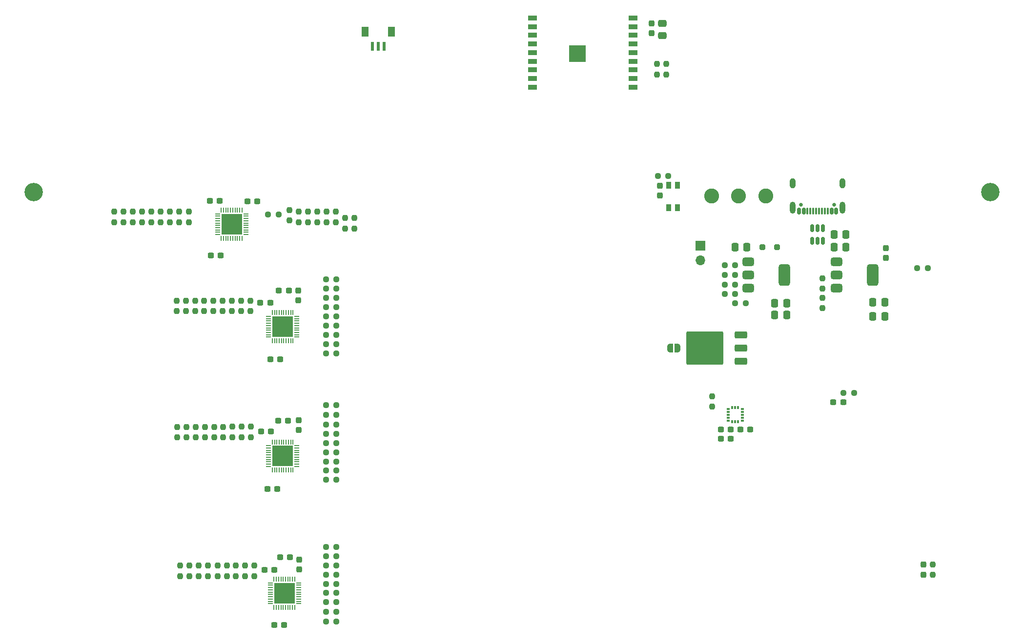
<source format=gbs>
%TF.GenerationSoftware,KiCad,Pcbnew,8.0.6*%
%TF.CreationDate,2024-12-17T00:00:43+05:30*%
%TF.ProjectId,FF1-LP-Badge,4646312d-4c50-42d4-9261-6467652e6b69,rev?*%
%TF.SameCoordinates,Original*%
%TF.FileFunction,Soldermask,Bot*%
%TF.FilePolarity,Negative*%
%FSLAX46Y46*%
G04 Gerber Fmt 4.6, Leading zero omitted, Abs format (unit mm)*
G04 Created by KiCad (PCBNEW 8.0.6) date 2024-12-17 00:00:43*
%MOMM*%
%LPD*%
G01*
G04 APERTURE LIST*
G04 Aperture macros list*
%AMRoundRect*
0 Rectangle with rounded corners*
0 $1 Rounding radius*
0 $2 $3 $4 $5 $6 $7 $8 $9 X,Y pos of 4 corners*
0 Add a 4 corners polygon primitive as box body*
4,1,4,$2,$3,$4,$5,$6,$7,$8,$9,$2,$3,0*
0 Add four circle primitives for the rounded corners*
1,1,$1+$1,$2,$3*
1,1,$1+$1,$4,$5*
1,1,$1+$1,$6,$7*
1,1,$1+$1,$8,$9*
0 Add four rect primitives between the rounded corners*
20,1,$1+$1,$2,$3,$4,$5,0*
20,1,$1+$1,$4,$5,$6,$7,0*
20,1,$1+$1,$6,$7,$8,$9,0*
20,1,$1+$1,$8,$9,$2,$3,0*%
%AMFreePoly0*
4,1,19,0.500000,-0.750000,0.000000,-0.750000,0.000000,-0.744911,-0.071157,-0.744911,-0.207708,-0.704816,-0.327430,-0.627875,-0.420627,-0.520320,-0.479746,-0.390866,-0.500000,-0.250000,-0.500000,0.250000,-0.479746,0.390866,-0.420627,0.520320,-0.327430,0.627875,-0.207708,0.704816,-0.071157,0.744911,0.000000,0.744911,0.000000,0.750000,0.500000,0.750000,0.500000,-0.750000,0.500000,-0.750000,
$1*%
%AMFreePoly1*
4,1,19,0.000000,0.744911,0.071157,0.744911,0.207708,0.704816,0.327430,0.627875,0.420627,0.520320,0.479746,0.390866,0.500000,0.250000,0.500000,-0.250000,0.479746,-0.390866,0.420627,-0.520320,0.327430,-0.627875,0.207708,-0.704816,0.071157,-0.744911,0.000000,-0.744911,0.000000,-0.750000,-0.500000,-0.750000,-0.500000,0.750000,0.000000,0.750000,0.000000,0.744911,0.000000,0.744911,
$1*%
G04 Aperture macros list end*
%ADD10C,3.200000*%
%ADD11RoundRect,0.237500X-0.237500X0.250000X-0.237500X-0.250000X0.237500X-0.250000X0.237500X0.250000X0*%
%ADD12RoundRect,0.237500X0.250000X0.237500X-0.250000X0.237500X-0.250000X-0.237500X0.250000X-0.237500X0*%
%ADD13RoundRect,0.250000X-0.337500X-0.475000X0.337500X-0.475000X0.337500X0.475000X-0.337500X0.475000X0*%
%ADD14R,0.850000X0.200000*%
%ADD15R,0.200000X0.850000*%
%ADD16R,3.600000X3.600000*%
%ADD17RoundRect,0.250000X-0.250000X-0.250000X0.250000X-0.250000X0.250000X0.250000X-0.250000X0.250000X0*%
%ADD18RoundRect,0.250000X-0.475000X0.337500X-0.475000X-0.337500X0.475000X-0.337500X0.475000X0.337500X0*%
%ADD19R,0.900000X1.250000*%
%ADD20R,0.600000X1.550000*%
%ADD21R,1.200000X1.800000*%
%ADD22RoundRect,0.237500X-0.237500X0.300000X-0.237500X-0.300000X0.237500X-0.300000X0.237500X0.300000X0*%
%ADD23RoundRect,0.237500X-0.300000X-0.237500X0.300000X-0.237500X0.300000X0.237500X-0.300000X0.237500X0*%
%ADD24RoundRect,0.375000X-0.625000X-0.375000X0.625000X-0.375000X0.625000X0.375000X-0.625000X0.375000X0*%
%ADD25RoundRect,0.500000X-0.500000X-1.400000X0.500000X-1.400000X0.500000X1.400000X-0.500000X1.400000X0*%
%ADD26RoundRect,0.237500X0.237500X-0.300000X0.237500X0.300000X-0.237500X0.300000X-0.237500X-0.300000X0*%
%ADD27C,0.650000*%
%ADD28RoundRect,0.150000X-0.150000X-0.425000X0.150000X-0.425000X0.150000X0.425000X-0.150000X0.425000X0*%
%ADD29RoundRect,0.075000X-0.075000X-0.500000X0.075000X-0.500000X0.075000X0.500000X-0.075000X0.500000X0*%
%ADD30O,1.000000X1.800000*%
%ADD31O,1.000000X2.100000*%
%ADD32RoundRect,0.237500X-0.250000X-0.237500X0.250000X-0.237500X0.250000X0.237500X-0.250000X0.237500X0*%
%ADD33RoundRect,0.237500X0.300000X0.237500X-0.300000X0.237500X-0.300000X-0.237500X0.300000X-0.237500X0*%
%ADD34FreePoly0,180.000000*%
%ADD35FreePoly1,180.000000*%
%ADD36RoundRect,0.250000X0.337500X0.475000X-0.337500X0.475000X-0.337500X-0.475000X0.337500X-0.475000X0*%
%ADD37RoundRect,0.237500X0.237500X-0.250000X0.237500X0.250000X-0.237500X0.250000X-0.237500X-0.250000X0*%
%ADD38R,1.500000X0.900000*%
%ADD39C,0.600000*%
%ADD40R,2.900000X2.900000*%
%ADD41C,2.590000*%
%ADD42RoundRect,0.087500X-0.187500X-0.087500X0.187500X-0.087500X0.187500X0.087500X-0.187500X0.087500X0*%
%ADD43RoundRect,0.087500X-0.087500X-0.187500X0.087500X-0.187500X0.087500X0.187500X-0.087500X0.187500X0*%
%ADD44RoundRect,0.250000X0.850000X0.350000X-0.850000X0.350000X-0.850000X-0.350000X0.850000X-0.350000X0*%
%ADD45RoundRect,0.249997X2.950003X2.650003X-2.950003X2.650003X-2.950003X-2.650003X2.950003X-2.650003X0*%
%ADD46RoundRect,0.150000X-0.150000X0.512500X-0.150000X-0.512500X0.150000X-0.512500X0.150000X0.512500X0*%
%ADD47R,1.700000X1.700000*%
%ADD48O,1.700000X1.700000*%
G04 APERTURE END LIST*
D10*
%TO.C,H1*%
X106000000Y-54000000D03*
%TD*%
%TO.C,H2*%
X272000000Y-54000000D03*
%TD*%
D11*
%TO.C,R82*%
X123200001Y-57430202D03*
X123200001Y-59255202D03*
%TD*%
D12*
%TO.C,R58*%
X158512500Y-77211297D03*
X156687500Y-77211297D03*
%TD*%
%TO.C,R22*%
X158518019Y-123661298D03*
X156693019Y-123661298D03*
%TD*%
D11*
%TO.C,R27*%
X133000000Y-118911297D03*
X133000000Y-120736297D03*
%TD*%
%TO.C,R50*%
X140500000Y-94786297D03*
X140500000Y-96611297D03*
%TD*%
D13*
%TO.C,C12*%
X251562500Y-75600000D03*
X253637500Y-75600000D03*
%TD*%
D12*
%TO.C,R39*%
X158512500Y-97611297D03*
X156687500Y-97611297D03*
%TD*%
D14*
%TO.C,U9*%
X142800000Y-57811297D03*
X142800000Y-58211297D03*
X142800000Y-58611297D03*
X142800001Y-59011297D03*
X142800000Y-59411297D03*
X142800000Y-59811297D03*
X142800001Y-60211297D03*
X142800000Y-60611297D03*
X142800000Y-61011297D03*
X142800000Y-61411297D03*
D15*
X142150000Y-62061297D03*
X141750000Y-62061297D03*
X141350000Y-62061297D03*
X140950000Y-62061298D03*
X140550000Y-62061297D03*
X140150000Y-62061297D03*
X139750000Y-62061298D03*
X139350000Y-62061297D03*
X138950000Y-62061297D03*
X138550000Y-62061297D03*
D14*
X137900000Y-61411297D03*
X137900000Y-61011297D03*
X137900000Y-60611297D03*
X137899999Y-60211297D03*
X137900000Y-59811297D03*
X137900000Y-59411297D03*
X137899999Y-59011297D03*
X137900000Y-58611297D03*
X137900000Y-58211297D03*
X137900000Y-57811297D03*
D15*
X138550000Y-57161297D03*
X138950000Y-57161297D03*
X139350000Y-57161297D03*
X139750000Y-57161296D03*
X140150000Y-57161297D03*
X140550000Y-57161297D03*
X140950000Y-57161296D03*
X141350000Y-57161297D03*
X141750000Y-57161297D03*
X142150000Y-57161297D03*
D16*
X140350000Y-59611297D03*
%TD*%
D11*
%TO.C,R70*%
X143600000Y-72898797D03*
X143600000Y-74723797D03*
%TD*%
D17*
%TO.C,D2*%
X232450001Y-63600000D03*
X234949999Y-63600000D03*
%TD*%
D18*
%TO.C,C1*%
X215100000Y-24762500D03*
X215100000Y-26837500D03*
%TD*%
D11*
%TO.C,R81*%
X121600001Y-57430202D03*
X121600001Y-59255202D03*
%TD*%
D19*
%TO.C,SW1*%
X217650001Y-56725000D03*
X217650001Y-52875000D03*
X216149999Y-56725000D03*
X216149999Y-52875000D03*
%TD*%
D12*
%TO.C,R61*%
X158512500Y-82011297D03*
X156687500Y-82011297D03*
%TD*%
%TO.C,R25*%
X158518020Y-128661298D03*
X156693020Y-128661298D03*
%TD*%
%TO.C,R35*%
X158512500Y-91011297D03*
X156687500Y-91011297D03*
%TD*%
D20*
%TO.C,J1*%
X166800000Y-28700000D03*
X165800000Y-28700001D03*
X164800000Y-28700000D03*
D21*
X168100001Y-26175000D03*
X163499999Y-26175000D03*
%TD*%
D22*
%TO.C,C6*%
X260325000Y-118737499D03*
X260325000Y-120462501D03*
%TD*%
D11*
%TO.C,R69*%
X142000000Y-72886297D03*
X142000000Y-74711297D03*
%TD*%
D23*
%TO.C,C30*%
X143100001Y-55642702D03*
X144825003Y-55642702D03*
%TD*%
D11*
%TO.C,R80*%
X120000001Y-57442702D03*
X120000001Y-59267702D03*
%TD*%
D12*
%TO.C,R54*%
X158512500Y-70811297D03*
X156687500Y-70811297D03*
%TD*%
D23*
%TO.C,C8*%
X228612500Y-95300000D03*
X230337502Y-95300000D03*
%TD*%
D11*
%TO.C,R30*%
X137900000Y-118898797D03*
X137900000Y-120723797D03*
%TD*%
D24*
%TO.C,U3*%
X245250000Y-70700000D03*
X245250001Y-68400000D03*
D25*
X251549999Y-68400000D03*
D24*
X245250000Y-66100000D03*
%TD*%
D11*
%TO.C,R64*%
X134000000Y-72898797D03*
X134000000Y-74723797D03*
%TD*%
D26*
%TO.C,C22*%
X152000000Y-95362501D03*
X152000000Y-93637499D03*
%TD*%
D12*
%TO.C,R23*%
X158518020Y-125261298D03*
X156693020Y-125261298D03*
%TD*%
D11*
%TO.C,R62*%
X130800000Y-72898797D03*
X130800000Y-74723797D03*
%TD*%
D12*
%TO.C,R24*%
X158518020Y-126961298D03*
X156693020Y-126961298D03*
%TD*%
%TO.C,R21*%
X158518020Y-122061299D03*
X156693020Y-122061299D03*
%TD*%
D11*
%TO.C,R45*%
X132500000Y-94798797D03*
X132500000Y-96623797D03*
%TD*%
D13*
%TO.C,C10*%
X244862500Y-61400000D03*
X246937500Y-61400000D03*
%TD*%
D12*
%TO.C,R59*%
X158512500Y-78811297D03*
X156687500Y-78811297D03*
%TD*%
D11*
%TO.C,R49*%
X138900000Y-94798797D03*
X138900000Y-96623797D03*
%TD*%
D27*
%TO.C,J2*%
X239110000Y-56215000D03*
X244890000Y-56215000D03*
D28*
X238800000Y-57290000D03*
X239600000Y-57290000D03*
D29*
X240750000Y-57289999D03*
X241750000Y-57290000D03*
X242250000Y-57290000D03*
X243250000Y-57289999D03*
D28*
X244400000Y-57290000D03*
X245200000Y-57290000D03*
X245200000Y-57290000D03*
X244400000Y-57290000D03*
D29*
X243750000Y-57290000D03*
X242750000Y-57290000D03*
X241250000Y-57290000D03*
X240250000Y-57290000D03*
D28*
X239600000Y-57290000D03*
X238800000Y-57290000D03*
D30*
X237680000Y-52535000D03*
D31*
X237680000Y-56715000D03*
D30*
X246320000Y-52535000D03*
D31*
X246320000Y-56715000D03*
%TD*%
D32*
%TO.C,R14*%
X225887500Y-70100000D03*
X227712500Y-70100000D03*
%TD*%
D11*
%TO.C,R77*%
X158400001Y-57430202D03*
X158400001Y-59255202D03*
%TD*%
%TO.C,R63*%
X132400000Y-72898797D03*
X132400000Y-74723797D03*
%TD*%
D33*
%TO.C,C25*%
X148762502Y-83042702D03*
X147037500Y-83042702D03*
%TD*%
D11*
%TO.C,R67*%
X138800000Y-72898797D03*
X138800000Y-74723797D03*
%TD*%
%TO.C,R87*%
X131200001Y-57430202D03*
X131200001Y-59255202D03*
%TD*%
D14*
%TO.C,U7*%
X151644796Y-98070916D03*
X151644796Y-98470916D03*
X151644796Y-98870916D03*
X151644797Y-99270916D03*
X151644796Y-99670916D03*
X151644796Y-100070916D03*
X151644797Y-100470916D03*
X151644796Y-100870916D03*
X151644796Y-101270916D03*
X151644796Y-101670916D03*
D15*
X150994796Y-102320916D03*
X150594796Y-102320916D03*
X150194796Y-102320916D03*
X149794796Y-102320917D03*
X149394796Y-102320916D03*
X148994796Y-102320916D03*
X148594796Y-102320917D03*
X148194796Y-102320916D03*
X147794796Y-102320916D03*
X147394796Y-102320916D03*
D14*
X146744796Y-101670916D03*
X146744796Y-101270916D03*
X146744796Y-100870916D03*
X146744795Y-100470916D03*
X146744796Y-100070916D03*
X146744796Y-99670916D03*
X146744795Y-99270916D03*
X146744796Y-98870916D03*
X146744796Y-98470916D03*
X146744796Y-98070916D03*
D15*
X147394796Y-97420916D03*
X147794796Y-97420916D03*
X148194796Y-97420916D03*
X148594796Y-97420915D03*
X148994796Y-97420916D03*
X149394796Y-97420916D03*
X149794796Y-97420915D03*
X150194796Y-97420916D03*
X150594796Y-97420916D03*
X150994796Y-97420916D03*
D16*
X149194796Y-99870916D03*
%TD*%
D11*
%TO.C,R28*%
X134600000Y-118898797D03*
X134600000Y-120723797D03*
%TD*%
D13*
%TO.C,C11*%
X244862500Y-63600000D03*
X246937500Y-63600000D03*
%TD*%
D34*
%TO.C,JP1*%
X217699998Y-81132500D03*
D35*
X216400000Y-81132500D03*
%TD*%
D22*
%TO.C,C7*%
X253800000Y-63737499D03*
X253800000Y-65462501D03*
%TD*%
D33*
%TO.C,C21*%
X148300000Y-105611297D03*
X146574998Y-105611297D03*
%TD*%
D22*
%TO.C,C2*%
X213200000Y-24737499D03*
X213200000Y-26462501D03*
%TD*%
D11*
%TO.C,R52*%
X143700000Y-94786297D03*
X143700000Y-96611297D03*
%TD*%
D12*
%TO.C,R41*%
X158512500Y-100811297D03*
X156687500Y-100811297D03*
%TD*%
D33*
%TO.C,C17*%
X149462501Y-129211297D03*
X147737499Y-129211297D03*
%TD*%
D26*
%TO.C,C18*%
X152100000Y-119573798D03*
X152100000Y-117848796D03*
%TD*%
D12*
%TO.C,R12*%
X227712500Y-68400000D03*
X225887500Y-68400000D03*
%TD*%
D32*
%TO.C,R6*%
X246487500Y-88900000D03*
X248312500Y-88900000D03*
%TD*%
D11*
%TO.C,R76*%
X156800001Y-57430202D03*
X156800001Y-59255202D03*
%TD*%
D36*
%TO.C,C16*%
X236637500Y-75400000D03*
X234562500Y-75400000D03*
%TD*%
D11*
%TO.C,R83*%
X124800001Y-57442702D03*
X124800001Y-59267702D03*
%TD*%
D12*
%TO.C,R17*%
X158518020Y-115661299D03*
X156693020Y-115661299D03*
%TD*%
D37*
%TO.C,R5*%
X262000000Y-120512500D03*
X262000000Y-118687500D03*
%TD*%
D12*
%TO.C,R57*%
X158512500Y-75611297D03*
X156687500Y-75611297D03*
%TD*%
D33*
%TO.C,C24*%
X147162501Y-95611297D03*
X145437499Y-95611297D03*
%TD*%
D12*
%TO.C,R60*%
X158512500Y-80411297D03*
X156687500Y-80411297D03*
%TD*%
D26*
%TO.C,C3*%
X214600000Y-54662501D03*
X214600000Y-52937499D03*
%TD*%
D11*
%TO.C,R9*%
X242800000Y-72387500D03*
X242800000Y-74212500D03*
%TD*%
D23*
%TO.C,C4*%
X225212499Y-96900000D03*
X226937501Y-96900000D03*
%TD*%
D37*
%TO.C,R4*%
X223700000Y-91312500D03*
X223700000Y-89487500D03*
%TD*%
D11*
%TO.C,R51*%
X142100000Y-94786297D03*
X142100000Y-96611297D03*
%TD*%
D12*
%TO.C,R71*%
X148512501Y-57942702D03*
X146687501Y-57942702D03*
%TD*%
%TO.C,R40*%
X158512500Y-99211297D03*
X156687500Y-99211297D03*
%TD*%
D11*
%TO.C,R86*%
X129600001Y-57430202D03*
X129600001Y-59255202D03*
%TD*%
%TO.C,R29*%
X136200000Y-118898798D03*
X136200000Y-120723798D03*
%TD*%
D12*
%TO.C,R38*%
X158512500Y-96011297D03*
X156687500Y-96011297D03*
%TD*%
D11*
%TO.C,R48*%
X137300000Y-94798797D03*
X137300000Y-96623797D03*
%TD*%
%TO.C,R74*%
X153600001Y-57430202D03*
X153600001Y-59255202D03*
%TD*%
%TO.C,R47*%
X135700000Y-94798797D03*
X135700000Y-96623797D03*
%TD*%
%TO.C,R65*%
X135600000Y-72898797D03*
X135600000Y-74723797D03*
%TD*%
D12*
%TO.C,R36*%
X158512500Y-92711297D03*
X156687500Y-92711297D03*
%TD*%
%TO.C,R37*%
X158512500Y-94411297D03*
X156687500Y-94411297D03*
%TD*%
D11*
%TO.C,R2*%
X215700000Y-31787500D03*
X215700000Y-33612500D03*
%TD*%
D33*
%TO.C,C29*%
X138462502Y-65042702D03*
X136737500Y-65042702D03*
%TD*%
D38*
%TO.C,U1*%
X210010000Y-23800000D03*
X210010000Y-25300000D03*
X210010000Y-26800000D03*
X210010000Y-28300000D03*
X210010000Y-29800000D03*
X210010000Y-31300000D03*
X210010000Y-32800000D03*
X210010000Y-34300000D03*
X210010000Y-35800000D03*
X192510000Y-35800000D03*
X192510000Y-34300000D03*
X192510000Y-32800000D03*
X192510000Y-31300000D03*
X192510000Y-29800000D03*
X192510000Y-28300000D03*
X192510000Y-26800000D03*
X192510000Y-25300000D03*
X192510000Y-23800000D03*
D39*
X201310000Y-30900000D03*
X201310000Y-29950000D03*
X201310000Y-29000000D03*
D40*
X200300000Y-30000000D03*
D39*
X200260000Y-30900000D03*
X200260000Y-29950000D03*
X200260000Y-29000000D03*
X199260000Y-30900000D03*
X199260000Y-29950000D03*
X199260000Y-29000000D03*
%TD*%
D12*
%TO.C,R18*%
X158518020Y-117261300D03*
X156693020Y-117261300D03*
%TD*%
D11*
%TO.C,R8*%
X242800000Y-68987500D03*
X242800000Y-70812500D03*
%TD*%
%TO.C,R44*%
X130900000Y-94798797D03*
X130900000Y-96623797D03*
%TD*%
%TO.C,R32*%
X141100000Y-118898797D03*
X141100000Y-120723797D03*
%TD*%
%TO.C,R73*%
X152000001Y-57430202D03*
X152000001Y-59255202D03*
%TD*%
D36*
%TO.C,C14*%
X229737500Y-63600000D03*
X227662500Y-63600000D03*
%TD*%
D11*
%TO.C,R88*%
X132900001Y-57430203D03*
X132900001Y-59255203D03*
%TD*%
%TO.C,R85*%
X128000001Y-57430202D03*
X128000001Y-59255202D03*
%TD*%
D23*
%TO.C,C5*%
X225212498Y-95300000D03*
X226937500Y-95300000D03*
%TD*%
D12*
%TO.C,R56*%
X158512500Y-74011297D03*
X156687500Y-74011297D03*
%TD*%
D41*
%TO.C,SW5*%
X223575000Y-54700000D03*
X228275000Y-54700000D03*
X232975000Y-54700000D03*
%TD*%
D33*
%TO.C,C23*%
X150162501Y-93711297D03*
X148437499Y-93711297D03*
%TD*%
D11*
%TO.C,R31*%
X139500000Y-118898797D03*
X139500000Y-120723797D03*
%TD*%
D12*
%TO.C,R43*%
X158512500Y-104011297D03*
X156687500Y-104011297D03*
%TD*%
D32*
%TO.C,R7*%
X259287500Y-67200000D03*
X261112500Y-67200000D03*
%TD*%
D33*
%TO.C,C28*%
X147062501Y-73211297D03*
X145337499Y-73211297D03*
%TD*%
D42*
%TO.C,U2*%
X226475000Y-93700000D03*
X226475000Y-93200000D03*
X226475000Y-92700000D03*
X226475000Y-92200000D03*
X226475000Y-91700000D03*
D43*
X227200000Y-91475000D03*
X227700000Y-91475000D03*
X228200000Y-91475000D03*
D42*
X228925000Y-91700000D03*
X228925000Y-92200000D03*
X228925000Y-92700000D03*
X228925000Y-93200000D03*
X228925000Y-93700000D03*
D43*
X228200000Y-93925000D03*
X227700000Y-93925000D03*
X227200000Y-93925000D03*
%TD*%
D36*
%TO.C,C15*%
X236637500Y-73300000D03*
X234562500Y-73300000D03*
%TD*%
D32*
%TO.C,R3*%
X214287500Y-51200000D03*
X216112500Y-51200000D03*
%TD*%
D11*
%TO.C,R75*%
X155200001Y-57430202D03*
X155200001Y-59255202D03*
%TD*%
%TO.C,R34*%
X144300000Y-118898798D03*
X144300000Y-120723798D03*
%TD*%
%TO.C,R68*%
X140400001Y-72886297D03*
X140400001Y-74711297D03*
%TD*%
D32*
%TO.C,R15*%
X225887500Y-71700000D03*
X227712500Y-71700000D03*
%TD*%
D11*
%TO.C,R84*%
X126400001Y-57430202D03*
X126400001Y-59255202D03*
%TD*%
%TO.C,R78*%
X160000001Y-58530202D03*
X160000001Y-60355202D03*
%TD*%
%TO.C,R66*%
X137200000Y-72898797D03*
X137200000Y-74723797D03*
%TD*%
D12*
%TO.C,R19*%
X158518020Y-118861298D03*
X156693020Y-118861298D03*
%TD*%
D11*
%TO.C,R33*%
X142700001Y-118898797D03*
X142700001Y-120723797D03*
%TD*%
D33*
%TO.C,C19*%
X150462501Y-117411297D03*
X148737499Y-117411297D03*
%TD*%
D12*
%TO.C,R53*%
X158512500Y-69211297D03*
X156687500Y-69211297D03*
%TD*%
D23*
%TO.C,C9*%
X244737499Y-90500000D03*
X246462501Y-90500000D03*
%TD*%
D12*
%TO.C,R55*%
X158512500Y-72411297D03*
X156687500Y-72411297D03*
%TD*%
D26*
%TO.C,C26*%
X151900000Y-72862501D03*
X151900000Y-71137499D03*
%TD*%
D12*
%TO.C,R42*%
X158512500Y-102411297D03*
X156687500Y-102411297D03*
%TD*%
D14*
%TO.C,U8*%
X151644796Y-75611297D03*
X151644796Y-76011297D03*
X151644796Y-76411297D03*
X151644797Y-76811297D03*
X151644796Y-77211297D03*
X151644796Y-77611297D03*
X151644797Y-78011297D03*
X151644796Y-78411297D03*
X151644796Y-78811297D03*
X151644796Y-79211297D03*
D15*
X150994796Y-79861297D03*
X150594796Y-79861297D03*
X150194796Y-79861297D03*
X149794796Y-79861298D03*
X149394796Y-79861297D03*
X148994796Y-79861297D03*
X148594796Y-79861298D03*
X148194796Y-79861297D03*
X147794796Y-79861297D03*
X147394796Y-79861297D03*
D14*
X146744796Y-79211297D03*
X146744796Y-78811297D03*
X146744796Y-78411297D03*
X146744795Y-78011297D03*
X146744796Y-77611297D03*
X146744796Y-77211297D03*
X146744795Y-76811297D03*
X146744796Y-76411297D03*
X146744796Y-76011297D03*
X146744796Y-75611297D03*
D15*
X147394796Y-74961297D03*
X147794796Y-74961297D03*
X148194796Y-74961297D03*
X148594796Y-74961296D03*
X148994796Y-74961297D03*
X149394796Y-74961297D03*
X149794796Y-74961296D03*
X150194796Y-74961297D03*
X150594796Y-74961297D03*
X150994796Y-74961297D03*
D16*
X149194796Y-77411297D03*
%TD*%
D11*
%TO.C,R79*%
X161600001Y-58530202D03*
X161600001Y-60355202D03*
%TD*%
D14*
%TO.C,U6*%
X151950000Y-121911297D03*
X151950000Y-122311297D03*
X151950000Y-122711297D03*
X151950001Y-123111297D03*
X151950000Y-123511297D03*
X151950000Y-123911297D03*
X151950001Y-124311297D03*
X151950000Y-124711297D03*
X151950000Y-125111297D03*
X151950000Y-125511297D03*
D15*
X151300000Y-126161297D03*
X150900000Y-126161297D03*
X150500000Y-126161297D03*
X150100000Y-126161298D03*
X149700000Y-126161297D03*
X149300000Y-126161297D03*
X148900000Y-126161298D03*
X148500000Y-126161297D03*
X148100000Y-126161297D03*
X147700000Y-126161297D03*
D14*
X147050000Y-125511297D03*
X147050000Y-125111297D03*
X147050000Y-124711297D03*
X147049999Y-124311297D03*
X147050000Y-123911297D03*
X147050000Y-123511297D03*
X147049999Y-123111297D03*
X147050000Y-122711297D03*
X147050000Y-122311297D03*
X147050000Y-121911297D03*
D15*
X147700000Y-121261297D03*
X148100000Y-121261297D03*
X148500000Y-121261297D03*
X148900000Y-121261296D03*
X149300000Y-121261297D03*
X149700000Y-121261297D03*
X150100000Y-121261296D03*
X150500000Y-121261297D03*
X150900000Y-121261297D03*
X151300000Y-121261297D03*
D16*
X149500000Y-123711297D03*
%TD*%
D12*
%TO.C,R13*%
X227712500Y-66700000D03*
X225887500Y-66700000D03*
%TD*%
D33*
%TO.C,C20*%
X147762501Y-119611297D03*
X146037499Y-119611297D03*
%TD*%
D11*
%TO.C,R26*%
X131400000Y-118898797D03*
X131400000Y-120723797D03*
%TD*%
D13*
%TO.C,C13*%
X251562500Y-73200000D03*
X253637500Y-73200000D03*
%TD*%
D44*
%TO.C,D1*%
X228700000Y-78832500D03*
X228700000Y-81112500D03*
D45*
X222399999Y-81112500D03*
D44*
X228700000Y-83392500D03*
%TD*%
D46*
%TO.C,U4*%
X241050001Y-60262500D03*
X242000000Y-60262500D03*
X242949999Y-60262500D03*
X242949999Y-62537500D03*
X242000000Y-62537500D03*
X241050001Y-62537500D03*
%TD*%
D47*
%TO.C,BT1*%
X221625000Y-63300000D03*
D48*
X221625000Y-65840000D03*
%TD*%
D33*
%TO.C,C32*%
X138262501Y-55542702D03*
X136537501Y-55542702D03*
%TD*%
D11*
%TO.C,R46*%
X134100000Y-94798797D03*
X134100000Y-96623797D03*
%TD*%
D32*
%TO.C,R16*%
X227687500Y-73300000D03*
X229512500Y-73300000D03*
%TD*%
D11*
%TO.C,R72*%
X150400001Y-57130202D03*
X150400001Y-58955202D03*
%TD*%
D12*
%TO.C,R20*%
X158518020Y-120461296D03*
X156693020Y-120461296D03*
%TD*%
D11*
%TO.C,R1*%
X214100000Y-31787500D03*
X214100000Y-33612500D03*
%TD*%
D33*
%TO.C,C27*%
X150262502Y-71142702D03*
X148537500Y-71142702D03*
%TD*%
D24*
%TO.C,U5*%
X229950000Y-70700000D03*
X229950001Y-68400000D03*
D25*
X236249999Y-68400000D03*
D24*
X229950000Y-66100000D03*
%TD*%
M02*

</source>
